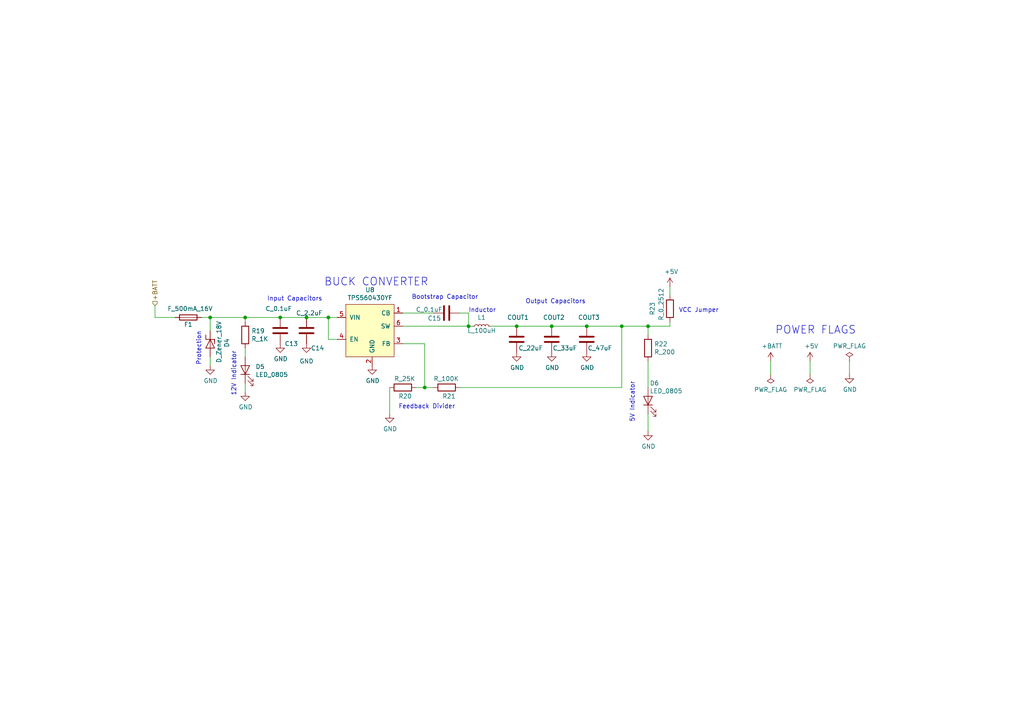
<source format=kicad_sch>
(kicad_sch (version 20211123) (generator eeschema)
  (paper "A4")
  (lib_symbols
    (symbol "formula:C_0.1uF" (pin_numbers hide) (pin_names (offset 0.254))
      (property "Reference" "C" (at 0.635 2.54 0))
      (property "Value" "C_0.1uF" (at 0.635 -2.54 0))
      (symbol "C_0.1uF_0_1"
        (polyline (pts (xy -2.032 -0.762) (xy 2.032 -0.762)) (stroke (width 0.508)))
        (polyline (pts (xy -2.032 0.762) (xy 2.032 0.762)) (stroke (width 0.508)))
      )
      (symbol "C_0.1uF_1_1"
        (pin passive line (at 0 3.81 270) (length 2.794) (name "~") (number "1"))
        (pin passive line (at 0 -3.81 90) (length 2.794) (name "~") (number "2"))
      )
    )
    (symbol "formula:C_2.2uF" (pin_numbers hide) (pin_names (offset 0.254))
      (property "Reference" "C" (at 0.635 3.81 0))
      (property "Value" "C_2.2uF" (at 0.635 -1.27 0))
      (symbol "C_2.2uF_0_1"
        (polyline (pts (xy -2.032 0.508) (xy 2.032 0.508)) (stroke (width 0.508)))
        (polyline (pts (xy -2.032 2.032) (xy 2.032 2.032)) (stroke (width 0.508)))
      )
      (symbol "C_2.2uF_1_1"
        (pin passive line (at 0 5.08 270) (length 2.794) (name "~") (number "1"))
        (pin passive line (at 0 -2.54 90) (length 2.794) (name "~") (number "2"))
      )
    )
    (symbol "formula:C_22uF" (pin_numbers hide) (pin_names (offset 0.254))
      (property "Reference" "C" (at 0.635 2.54 0))
      (property "Value" "C_22uF" (at 0.635 -2.54 0))
      (symbol "C_22uF_0_1"
        (polyline (pts (xy -2.032 -0.762) (xy 2.032 -0.762)) (stroke (width 0.508)))
        (polyline (pts (xy -2.032 0.762) (xy 2.032 0.762)) (stroke (width 0.508)))
      )
      (symbol "C_22uF_1_1"
        (pin passive line (at 0 3.81 270) (length 2.794) (name "~") (number "1"))
        (pin passive line (at 0 -3.81 90) (length 2.794) (name "~") (number "2"))
      )
    )
    (symbol "formula:C_33uF" (pin_numbers hide) (pin_names (offset 0.254))
      (property "Reference" "C" (at 0.635 2.54 0))
      (property "Value" "C_33uF" (at 2.54 -7.62 0))
      (symbol "C_33uF_0_1"
        (polyline (pts (xy -2.032 -0.762) (xy 2.032 -0.762)) (stroke (width 0.508)))
        (polyline (pts (xy -2.032 0.762) (xy 2.032 0.762)) (stroke (width 0.508)))
      )
      (symbol "C_33uF_1_1"
        (pin passive line (at 0 3.81 270) (length 2.794) (name "~") (number "1"))
        (pin passive line (at 0 -3.81 90) (length 2.794) (name "~") (number "2"))
      )
    )
    (symbol "formula:C_47uF" (pin_numbers hide) (pin_names (offset 0.254))
      (property "Reference" "C" (at 0.635 2.54 0))
      (property "Value" "C_47uF" (at 0.635 -2.54 0))
      (symbol "C_47uF_0_1"
        (polyline (pts (xy -2.032 -0.762) (xy 2.032 -0.762)) (stroke (width 0.508)))
        (polyline (pts (xy -2.032 0.762) (xy 2.032 0.762)) (stroke (width 0.508)))
      )
      (symbol "C_47uF_1_1"
        (pin passive line (at 0 3.81 270) (length 2.794) (name "~") (number "1"))
        (pin passive line (at 0 -3.81 90) (length 2.794) (name "~") (number "2"))
      )
    )
    (symbol "formula:D_Zener_18V" (pin_numbers hide) (pin_names (offset 1.016) hide)
      (property "Reference" "D" (at 0 2.54 0))
      (property "Value" "D_Zener_18V" (at 0 -2.54 0))
      (symbol "D_Zener_18V_0_1"
        (polyline (pts (xy -1.27 -1.27) (xy -2.54 -1.27)) (stroke (width 0.2032)))
        (polyline (pts (xy -1.27 1.27) (xy 0 1.27)) (stroke (width 0.2032)))
        (polyline (pts (xy 1.27 0) (xy -1.27 0)))
        (polyline (pts (xy -1.27 -1.27) (xy -1.27 1.27) (xy -0.762 1.27)) (stroke (width 0.2032)))
        (polyline (pts (xy 1.27 -1.27) (xy 1.27 1.27) (xy -1.27 0) (xy 1.27 -1.27)) (stroke (width 0.2032)))
      )
      (symbol "D_Zener_18V_1_1"
        (pin passive line (at -3.81 0 0) (length 2.54) (name "K") (number "1"))
        (pin passive line (at 3.81 0 180) (length 2.54) (name "A") (number "2"))
      )
    )
    (symbol "formula:F_500mA_16V" (pin_numbers hide) (pin_names (offset 0))
      (property "Reference" "F" (at 2.032 0 90))
      (property "Value" "F_500mA_16V" (at -1.905 0 90))
      (symbol "F_500mA_16V_0_1"
        (rectangle (start -0.762 -2.54) (end 0.762 2.54) (stroke (width 0.254)))
        (polyline (pts (xy 0 2.54) (xy 0 -2.54)))
      )
      (symbol "F_500mA_16V_1_1"
        (pin passive line (at 0 3.81 270) (length 1.27) (name "~") (number "1"))
        (pin passive line (at 0 -3.81 90) (length 1.27) (name "~") (number "2"))
      )
    )
    (symbol "formula:LED_0805" (pin_numbers hide) (pin_names (offset 1.016) hide)
      (property "Reference" "D" (at 0 -2.54 0))
      (property "Value" "LED_0805" (at 0 2.54 0))
      (symbol "LED_0805_0_1"
        (polyline (pts (xy -1.27 -1.27) (xy -1.27 1.27)) (stroke (width 0.2032)))
        (polyline (pts (xy -1.27 0) (xy 1.27 0)))
        (polyline (pts (xy 1.27 -1.27) (xy 1.27 1.27) (xy -1.27 0) (xy 1.27 -1.27)) (stroke (width 0.2032)))
        (polyline (pts (xy -3.048 -0.762) (xy -4.572 -2.286) (xy -3.81 -2.286) (xy -4.572 -2.286) (xy -4.572 -1.524)))
        (polyline (pts (xy -1.778 -0.762) (xy -3.302 -2.286) (xy -2.54 -2.286) (xy -3.302 -2.286) (xy -3.302 -1.524)))
      )
      (symbol "LED_0805_1_1"
        (pin passive line (at -3.81 0 0) (length 2.54) (name "K") (number "1"))
        (pin passive line (at 3.81 0 180) (length 2.54) (name "A") (number "2"))
      )
    )
    (symbol "formula:L_100uH" (pin_numbers hide) (pin_names (offset 1.016) hide)
      (property "Reference" "L" (at 0 -1.27 0))
      (property "Value" "L_100uH" (at 0 2.54 0))
      (symbol "L_100uH_1_1"
        (arc (start -1.016 0) (mid -1.524 0.508) (end -2.032 0))
        (arc (start 0 0) (mid -0.508 0.508) (end -1.016 0))
        (arc (start 1.016 0) (mid 0.508 0.508) (end 0 0))
        (arc (start 2.032 0) (mid 1.524 0.508) (end 1.016 0))
        (pin passive line (at -2.54 0 0) (length 0.508) (name "~") (number "1"))
        (pin passive line (at 2.54 0 180) (length 0.508) (name "~") (number "2"))
      )
    )
    (symbol "formula:R_0_2512" (pin_numbers hide) (pin_names (offset 0))
      (property "Reference" "R" (at 2.032 0 90))
      (property "Value" "R_0_2512" (at -2.54 0 90))
      (symbol "R_0_2512_0_1"
        (rectangle (start -1.016 -2.54) (end 1.016 2.54) (stroke (width 0.254)))
      )
      (symbol "R_0_2512_1_1"
        (pin passive line (at 0 3.81 270) (length 1.27) (name "~") (number "1"))
        (pin passive line (at 0 -3.81 90) (length 1.27) (name "~") (number "2"))
      )
    )
    (symbol "formula:R_100K" (pin_numbers hide) (pin_names (offset 0))
      (property "Reference" "R" (at 2.032 0 90))
      (property "Value" "R_100K" (at -2.54 0 90))
      (symbol "R_100K_0_1"
        (rectangle (start -1.016 -2.54) (end 1.016 2.54) (stroke (width 0.254)))
      )
      (symbol "R_100K_1_1"
        (pin passive line (at 0 3.81 270) (length 1.27) (name "~") (number "1"))
        (pin passive line (at 0 -3.81 90) (length 1.27) (name "~") (number "2"))
      )
    )
    (symbol "formula:R_1K" (pin_numbers hide) (pin_names (offset 0))
      (property "Reference" "R" (at 2.032 0 90))
      (property "Value" "R_1K" (at -2.54 0 90))
      (symbol "R_1K_0_1"
        (rectangle (start -1.016 -2.54) (end 1.016 2.54) (stroke (width 0.254)))
      )
      (symbol "R_1K_1_1"
        (pin passive line (at 0 3.81 270) (length 1.27) (name "~") (number "1"))
        (pin passive line (at 0 -3.81 90) (length 1.27) (name "~") (number "2"))
      )
    )
    (symbol "formula:R_200" (pin_numbers hide) (pin_names (offset 0))
      (property "Reference" "R" (at 2.032 0 90))
      (property "Value" "R_200" (at -2.54 0 90))
      (symbol "R_200_0_1"
        (rectangle (start -1.016 -2.54) (end 1.016 2.54) (stroke (width 0.254)))
      )
      (symbol "R_200_1_1"
        (pin passive line (at 0 3.81 270) (length 1.27) (name "~") (number "1"))
        (pin passive line (at 0 -3.81 90) (length 1.27) (name "~") (number "2"))
      )
    )
    (symbol "formula:R_25K" (pin_numbers hide) (pin_names (offset 0))
      (property "Reference" "R" (at 6.35 0 90))
      (property "Value" "R_25K" (at 5.08 5.08 0))
      (symbol "R_25K_0_1"
        (rectangle (start -1.016 -2.54) (end 1.016 2.54) (stroke (width 0.254)))
      )
      (symbol "R_25K_1_1"
        (pin passive line (at 0 3.81 270) (length 1.27) (name "~") (number "1"))
        (pin passive line (at 0 -3.81 90) (length 1.27) (name "~") (number "2"))
      )
    )
    (symbol "formula:TPS560430YF" (pin_names (offset 1.016))
      (property "Reference" "U" (at -5.08 -8.89 0))
      (property "Value" "TPS560430YF" (at 0 10.16 0))
      (symbol "TPS560430YF_0_1"
        (rectangle (start -6.35 -2.54) (end -6.35 -2.54))
        (rectangle (start -6.35 7.62) (end 7.62 -7.62) (fill (type background)))
      )
      (symbol "TPS560430YF_1_1"
        (pin bidirectional line (at 10.16 5.08 180) (length 2.54) (name "CB") (number "1"))
        (pin power_in line (at 1.27 -10.16 90) (length 2.54) (name "GND") (number "2"))
        (pin input line (at 10.16 -3.81 180) (length 2.54) (name "FB") (number "3"))
        (pin input line (at -8.89 -2.54 0) (length 2.54) (name "EN") (number "4"))
        (pin power_in line (at -8.89 3.81 0) (length 2.54) (name "VIN") (number "5"))
        (pin output line (at 10.16 1.27 180) (length 2.54) (name "SW") (number "6"))
      )
    )
    (symbol "power:+5V" (power) (pin_names (offset 0))
      (property "Value" "+5V" (at 0 3.556 0))
      (symbol "+5V_0_1"
        (polyline (pts (xy -0.762 1.27) (xy 0 2.54)))
        (polyline (pts (xy 0 0) (xy 0 2.54)))
        (polyline (pts (xy 0 2.54) (xy 0.762 1.27)))
      )
      (symbol "+5V_1_1"
        (pin power_in line (at 0 0 90) (length 0) hide (name "+5V") (number "1"))
      )
    )
    (symbol "power:+BATT" (power) (pin_names (offset 0))
      (property "Value" "+BATT" (at 0 3.556 0))
      (symbol "+BATT_0_1"
        (polyline (pts (xy -0.762 1.27) (xy 0 2.54)))
        (polyline (pts (xy 0 0) (xy 0 2.54)))
        (polyline (pts (xy 0 2.54) (xy 0.762 1.27)))
      )
      (symbol "+BATT_1_1"
        (pin power_in line (at 0 0 90) (length 0) hide (name "+BATT") (number "1"))
      )
    )
    (symbol "power:GND" (power) (pin_names (offset 0))
      (property "Value" "GND" (at 0 -3.81 0))
      (symbol "GND_0_1"
        (polyline (pts (xy 0 0) (xy 0 -1.27) (xy 1.27 -1.27) (xy 0 -2.54) (xy -1.27 -1.27) (xy 0 -1.27)))
      )
      (symbol "GND_1_1"
        (pin power_in line (at 0 0 270) (length 0) hide (name "GND") (number "1"))
      )
    )
    (symbol "power:PWR_FLAG" (power) (pin_numbers hide) (pin_names (offset 0) hide)
      (property "Value" "PWR_FLAG" (at 0 3.81 0))
      (symbol "PWR_FLAG_0_0"
        (pin power_out line (at 0 0 90) (length 0) (name "pwr") (number "1"))
      )
      (symbol "PWR_FLAG_0_1"
        (polyline (pts (xy 0 0) (xy 0 1.27) (xy -1.016 1.905) (xy 0 2.54) (xy 1.016 1.905) (xy 0 1.27)))
      )
    )
  )
  (junction (at 180.34 94.615))
  (junction (at 160.02 94.615))
  (junction (at 71.12 92.075))
  (junction (at 60.96 92.075))
  (junction (at 123.19 112.395))
  (junction (at 95.25 92.075))
  (junction (at 88.9 92.075))
  (junction (at 187.96 94.615))
  (junction (at 135.89 94.615))
  (junction (at 81.28 92.075))
  (junction (at 149.86 94.615))
  (junction (at 170.18 94.615))
  (wire (pts (xy 95.25 92.075) (xy 97.79 92.075)))
  (wire (pts (xy 223.52 104.775) (xy 223.52 108.585)))
  (wire (pts (xy 116.84 99.695) (xy 123.19 99.695)))
  (wire (pts (xy 71.12 92.075) (xy 71.12 93.345)))
  (wire (pts (xy 135.89 94.615) (xy 137.16 94.615)))
  (wire (pts (xy 88.9 92.075) (xy 95.25 92.075)))
  (wire (pts (xy 60.96 92.075) (xy 71.12 92.075)))
  (wire (pts (xy 44.958 92.075) (xy 50.8 92.075)))
  (wire (pts (xy 60.96 95.885) (xy 60.96 92.075)))
  (wire (pts (xy 71.12 92.075) (xy 81.28 92.075)))
  (wire (pts (xy 180.34 112.395) (xy 180.34 94.615)))
  (wire (pts (xy 95.25 98.425) (xy 95.25 92.075)))
  (wire (pts (xy 116.84 94.615) (xy 135.89 94.615)))
  (wire (pts (xy 116.84 90.805) (xy 125.73 90.805)))
  (wire (pts (xy 187.96 97.155) (xy 187.96 94.615)))
  (wire (pts (xy 97.79 98.425) (xy 95.25 98.425)))
  (wire (pts (xy 194.31 94.615) (xy 194.31 93.345)))
  (wire (pts (xy 149.86 94.615) (xy 160.02 94.615)))
  (wire (pts (xy 123.19 112.395) (xy 125.73 112.395)))
  (wire (pts (xy 187.96 104.775) (xy 187.96 112.395)))
  (wire (pts (xy 71.12 100.965) (xy 71.12 103.505)))
  (wire (pts (xy 123.19 99.695) (xy 123.19 112.395)))
  (wire (pts (xy 71.12 111.125) (xy 71.12 113.665)))
  (wire (pts (xy 120.65 112.395) (xy 123.19 112.395)))
  (wire (pts (xy 133.35 112.395) (xy 180.34 112.395)))
  (wire (pts (xy 135.89 90.805) (xy 135.89 94.615)))
  (wire (pts (xy 44.958 88.646) (xy 44.958 92.075)))
  (wire (pts (xy 113.03 112.395) (xy 113.03 120.015)))
  (wire (pts (xy 187.96 94.615) (xy 194.31 94.615)))
  (wire (pts (xy 246.38 104.775) (xy 246.38 108.585)))
  (wire (pts (xy 60.96 103.505) (xy 60.96 106.045)))
  (wire (pts (xy 160.02 94.615) (xy 170.18 94.615)))
  (wire (pts (xy 142.24 94.615) (xy 149.86 94.615)))
  (wire (pts (xy 170.18 94.615) (xy 180.34 94.615)))
  (wire (pts (xy 187.96 120.015) (xy 187.96 125.095)))
  (wire (pts (xy 234.95 108.585) (xy 234.95 104.775)))
  (wire (pts (xy 81.28 92.075) (xy 88.9 92.075)))
  (wire (pts (xy 58.42 92.075) (xy 60.96 92.075)))
  (wire (pts (xy 133.35 90.805) (xy 135.89 90.805)))
  (wire (pts (xy 180.34 94.615) (xy 187.96 94.615)))
  (wire (pts (xy 194.31 85.725) (xy 194.31 83.185)))
  (text "12V Indicator" (at 68.58 114.935 90) (effects (font (size 1.27 1.27)) (justify left bottom)))
  (text "POWER FLAGS\n" (at 224.79 97.155 0) (effects (font (size 2.2606 2.2606)) (justify left bottom)))
  (text "BUCK CONVERTER\n" (at 93.98 83.185 0) (effects (font (size 2.2606 2.2606)) (justify left bottom)))
  (text "5V Indicator" (at 184.15 122.555 90) (effects (font (size 1.27 1.27)) (justify left bottom)))
  (text "Input Capacitors\n\n" (at 77.47 89.535 0) (effects (font (size 1.27 1.27)) (justify left bottom)))
  (text "Inductor\n" (at 135.89 90.805 0) (effects (font (size 1.27 1.27)) (justify left bottom)))
  (text "VCC Jumper\n" (at 196.85 90.805 0) (effects (font (size 1.27 1.27)) (justify left bottom)))
  (text "Bootstrap Capacitor\n" (at 119.38 86.995 0) (effects (font (size 1.27 1.27)) (justify left bottom)))
  (text "Protection\n" (at 58.42 106.045 90) (effects (font (size 1.27 1.27)) (justify left bottom)))
  (text "Feedback Divider\n" (at 115.57 118.745 0) (effects (font (size 1.27 1.27)) (justify left bottom)))
  (text "Output Capacitors\n" (at 152.4 88.265 0) (effects (font (size 1.27 1.27)) (justify left bottom)))
  (hierarchical_label "+BATT" (shape input) (at 44.958 88.646 90))
  (symbol (lib_id "power:GND") (at 81.28 99.695 0) (unit 1)
    (property "Reference" "#PWR?" (effects hide))
    (property "Value" "GND" (at 81.407 104.0892 0))
  )
  (symbol (lib_id "formula:R_0_2512") (at 194.31 89.535 0) (unit 1)
    (property "Reference" "R23" (at 189.23 89.535 90))
    (property "Value" "R_0_2512" (at 191.77 88.265 90))
    (property "Footprint" "footprints:R_2512_OEM" (effects hide))
    (property "Datasheet" "http://www.te.com/commerce/DocumentDelivery/DDEController?Action=srchrtrv&DocNm=9-1773463-7&DocType=DS&DocLang=English" (effects hide))
    (property "MFN" "DK" (effects hide))
    (property "MPN" "A121322CT-ND" (effects hide))
    (property "PurchasingLink" "https://www.digikey.com/products/en?keywords=A121322CT-ND" (effects hide))
  )
  (symbol (lib_id "power:+5V") (at 194.31 83.185 0) (unit 1)
    (property "Reference" "#PWR?" (effects hide))
    (property "Value" "+5V" (at 194.691 78.7908 0))
  )
  (symbol (lib_id "formula:LED_0805") (at 71.12 107.315 90) (unit 1)
    (property "Reference" "D5" (at 74.0918 106.3498 90) (effects (justify right)))
    (property "Value" "LED_0805" (at 74.0918 108.6612 90) (effects (justify right)))
    (property "Footprint" "footprints:LED_0805_OEM" (effects hide))
    (property "Datasheet" "http://www.osram-os.com/Graphics/XPic9/00078860_0.pdf" (effects hide))
    (property "MFN" "DK" (effects hide))
    (property "MPN" "475-1410-1-ND" (effects hide))
    (property "PurchasingLink" "https://www.digikey.com/products/en?keywords=475-1410-1-ND" (effects hide))
  )
  (symbol (lib_id "formula:LED_0805") (at 187.96 116.205 90) (unit 1)
    (property "Reference" "D6" (at 188.468 111.125 90) (effects (justify right)))
    (property "Value" "LED_0805" (at 188.468 113.411 90) (effects (justify right)))
    (property "Footprint" "footprints:LED_0805_OEM" (effects hide))
    (property "Datasheet" "http://www.osram-os.com/Graphics/XPic9/00078860_0.pdf" (effects hide))
    (property "MFN" "DK" (effects hide))
    (property "MPN" "475-1410-1-ND" (effects hide))
    (property "PurchasingLink" "https://www.digikey.com/products/en?keywords=475-1410-1-ND" (effects hide))
  )
  (symbol (lib_id "formula:F_500mA_16V") (at 54.61 92.075 270) (unit 1)
    (property "Reference" "F1" (at 54.61 94.107 90))
    (property "Value" "F_500mA_16V" (at 55.118 89.535 90))
    (property "Footprint" "footprints:Fuse_1210" (effects hide))
    (property "Datasheet" "https://belfuse.com/resources/CircuitProtection/datasheets/0ZCH%20Nov2016.pdf" (effects hide))
    (property "MFN" "DK" (effects hide))
    (property "MPN" "507-1786-1-ND" (effects hide))
    (property "PurchasingLink" "https://www.digikey.com/product-detail/en/bel-fuse-inc/0ZCH0050FF2G/507-1786-1-ND/4156209" (effects hide))
  )
  (symbol (lib_id "power:GND") (at 113.03 120.015 0) (unit 1)
    (property "Reference" "#PWR?" (effects hide))
    (property "Value" "GND" (at 113.157 124.4092 0))
  )
  (symbol (lib_id "power:+5V") (at 234.95 104.775 0) (unit 1)
    (property "Reference" "#PWR?" (effects hide))
    (property "Value" "+5V" (at 235.331 100.3808 0))
  )
  (symbol (lib_id "power:PWR_FLAG") (at 223.52 108.585 180) (unit 1)
    (property "Reference" "#FLG?" (effects hide))
    (property "Value" "PWR_FLAG" (at 223.52 113.0046 0))
  )
  (symbol (lib_id "formula:C_47uF") (at 170.18 98.425 0) (unit 1)
    (property "Reference" "COUT3" (at 167.64 92.075 0) (effects (justify left)))
    (property "Value" "C_47uF" (at 170.434 100.965 0) (effects (justify left)))
    (property "Footprint" "footprints:C_0805_OEM" (effects hide))
    (property "Datasheet" "http://www.samsungsem.com/kr/support/product-search/mlcc/__icsFiles/afieldfile/2018/06/22/CL21A476MQYNNNG.pdf" (effects hide))
    (property "MFN" "DK" (effects hide))
    (property "MPN" "1276-6467-1-ND" (effects hide))
    (property "PurchasingLink" "https://www.digikey.com/product-detail/en/samsung-electro-mechanics/CL21A476MQYNNNG/1276-6467-1-ND/5958095" (effects hide))
  )
  (symbol (lib_id "formula:R_200") (at 187.96 100.965 0) (unit 1)
    (property "Reference" "R22" (at 189.738 99.7966 0) (effects (justify left)))
    (property "Value" "R_200" (at 189.738 102.108 0) (effects (justify left)))
    (property "Footprint" "footprints:R_0805_OEM" (effects hide))
    (property "Datasheet" "https://www.seielect.com/Catalog/SEI-RMCF_RMCP.pdf" (effects hide))
    (property "MFN" "DK" (effects hide))
    (property "MPN" "RMCF0805JT200RCT-ND" (effects hide))
    (property "PurchasingLink" "https://www.digikey.com/products/en?keywords=RMCF0805JT200RCT-ND" (effects hide))
  )
  (symbol (lib_id "power:GND") (at 170.18 102.235 0) (unit 1)
    (property "Reference" "#PWR?" (effects hide))
    (property "Value" "GND" (at 170.307 106.6292 0))
  )
  (symbol (lib_id "power:GND") (at 246.38 108.585 0) (unit 1)
    (property "Reference" "#PWR?" (effects hide))
    (property "Value" "GND" (at 246.507 112.9792 0))
  )
  (symbol (lib_id "power:GND") (at 149.86 102.235 0) (unit 1)
    (property "Reference" "#PWR?" (effects hide))
    (property "Value" "GND" (at 149.987 106.6292 0))
  )
  (symbol (lib_id "formula:C_0.1uF") (at 81.28 95.885 0) (unit 1)
    (property "Reference" "C13" (at 82.55 99.695 0) (effects (justify left)))
    (property "Value" "C_0.1uF" (at 76.962 89.535 0) (effects (justify left)))
    (property "Footprint" "footprints:C_0805_OEM" (effects hide))
    (property "Datasheet" "http://datasheets.avx.com/X7RDielectric.pdf" (effects hide))
    (property "MFN" "DK" (effects hide))
    (property "MPN" "478-3352-1-ND" (effects hide))
    (property "PurchasingLink" "https://www.digikey.com/products/en?keywords=478-3352-1-ND" (effects hide))
  )
  (symbol (lib_id "power:GND") (at 60.96 106.045 0) (unit 1)
    (property "Reference" "#PWR?" (effects hide))
    (property "Value" "GND" (at 61.087 110.4392 0))
  )
  (symbol (lib_id "power:PWR_FLAG") (at 234.95 108.585 180) (unit 1)
    (property "Reference" "#FLG?" (effects hide))
    (property "Value" "PWR_FLAG" (at 234.95 113.0046 0))
  )
  (symbol (lib_id "formula:C_22uF") (at 149.86 98.425 0) (unit 1)
    (property "Reference" "COUT1" (at 147.066 92.075 0) (effects (justify left)))
    (property "Value" "C_22uF" (at 150.368 100.965 0) (effects (justify left)))
    (property "Footprint" "footprints:C_1206_OEM" (effects hide))
    (property "Datasheet" "https://product.tdk.com/info/en/catalog/datasheets/mlcc_commercial_general_en.pdf" (effects hide))
    (property "MFN" "DK" (effects hide))
    (property "MPN" "445-11693-1-ND" (effects hide))
    (property "PurchasingLink" "https://www.digikey.com/product-detail/en/tdk-corporation/C3216JB1C226M160AB/445-11693-1-ND/3953359" (effects hide))
  )
  (symbol (lib_id "power:+BATT") (at 223.52 104.775 0) (unit 1)
    (property "Reference" "#PWR?" (effects hide))
    (property "Value" "+BATT" (at 223.901 100.3808 0))
  )
  (symbol (lib_id "formula:L_100uH") (at 139.7 94.615 0) (unit 1)
    (property "Reference" "L1" (at 139.7 92.075 0))
    (property "Value" "L_100uH" (at 139.7 95.885 0))
    (property "Footprint" "footprints:L_100uH_OEM" (effects hide))
    (property "Datasheet" "https://product.tdk.com/info/en/catalog/datasheets/inductor_commercial_decoupling_nlfv32-ef_en.pdf" (effects hide))
    (property "MFN" "Digikey" (effects hide))
    (property "MPN" "445-15759-1-ND" (effects hide))
    (property "Link" "https://www.digikey.com/product-detail/en/tdk-corporation/NLFV32T-101K-EF/445-15759-1-ND/4328055" (effects hide))
  )
  (symbol (lib_id "formula:D_Zener_18V") (at 60.96 99.695 270) (unit 1)
    (property "Reference" "D4" (at 65.786 99.441 0))
    (property "Value" "D_Zener_18V" (at 63.5 99.187 0))
    (property "Footprint" "footprints:DO-214AA" (effects hide))
    (property "Datasheet" "http://www.mccsemi.com/up_pdf/SMBJ5338B-SMBJ5388B(SMB).pdf" (effects hide))
    (property "MFN" "DK" (effects hide))
    (property "MPN" "SMBJ5355B-TPMSCT-ND" (effects hide))
    (property "PurchasingLink" "https://www.digikey.com/products/en?keywords=SMBJ5355B-TPMSCT-ND" (effects hide))
  )
  (symbol (lib_id "power:GND") (at 71.12 113.665 0) (unit 1)
    (property "Reference" "#PWR?" (effects hide))
    (property "Value" "GND" (at 71.247 118.0592 0))
  )
  (symbol (lib_id "formula:C_2.2uF") (at 88.9 97.155 0) (unit 1)
    (property "Reference" "C14" (at 90.17 100.965 0) (effects (justify left)))
    (property "Value" "C_2.2uF" (at 85.852 90.805 0) (effects (justify left)))
    (property "Footprint" "footprints:C_0603_1608Metric" (effects hide))
    (property "Datasheet" "http://www.yageo.com/documents/recent/UPY-GPHC_X5R_4V-to-50V_25.pdf" (effects hide))
    (property "MFN" "DK" (effects hide))
    (property "MPN" "311-1451-1-ND" (effects hide))
    (property "PurchasingLink" "https://www.digikey.com/product-detail/en/yageo/CC0603KRX5R6BB225/311-1451-1-ND/2833757" (effects hide))
  )
  (symbol (lib_id "power:GND") (at 160.02 102.235 0) (unit 1)
    (property "Reference" "#PWR?" (effects hide))
    (property "Value" "GND" (at 160.147 106.6292 0))
  )
  (symbol (lib_id "formula:C_33uF") (at 160.02 98.425 0) (unit 1)
    (property "Reference" "COUT2" (at 157.48 92.075 0) (effects (justify left)))
    (property "Value" "C_33uF" (at 160.274 100.965 0) (effects (justify left)))
    (property "Footprint" "footprints:Fuse_1812" (effects hide))
    (property "Datasheet" "https://product.tdk.com/info/en/catalog/datasheets/mlcc_commercial_general_en.pdf" (effects hide))
    (property "MFN" "C4532X7R1C336M250KC" (effects hide))
    (property "MPN" "445-3924-1-ND" (effects hide))
    (property "PurchasingLink" "https://www.digikey.com/product-detail/en/tdk-corporation/C4532X7R1C336M250KC/445-3924-1-ND/1923431" (effects hide))
  )
  (symbol (lib_id "power:PWR_FLAG") (at 246.38 104.775 0) (unit 1)
    (property "Reference" "#FLG?" (effects hide))
    (property "Value" "PWR_FLAG" (at 246.38 100.3554 0))
  )
  (symbol (lib_id "formula:R_25K") (at 116.84 112.395 270) (unit 1)
    (property "Reference" "R20" (at 115.57 114.935 90) (effects (justify left)))
    (property "Value" "R_25K" (at 114.3 109.855 90) (effects (justify left)))
    (property "Footprint" "footprints:R_0805_OEM" (effects hide))
    (property "Datasheet" "https://www.te.com/commerce/DocumentDelivery/DDEController?Action=srchrtrv&DocNm=1773200-1&DocType=DS&DocLang=English" (effects hide))
    (property "MFN" "A124124CT-ND" (effects hide))
    (property "Digi-key Part Number" "CPF-A-0805B25KE" (effects hide))
    (property "PurchasingLink" "https://www.digikey.com/product-detail/en/te-connectivity-passive-product/CPF-A-0805B25KE/A124124CT-ND/5970044" (effects hide))
  )
  (symbol (lib_id "formula:R_1K") (at 71.12 97.155 0) (unit 1)
    (property "Reference" "R19" (at 72.898 95.9866 0) (effects (justify left)))
    (property "Value" "R_1K" (at 72.898 98.298 0) (effects (justify left)))
    (property "Footprint" "footprints:R_0805_OEM" (effects hide))
    (property "Datasheet" "https://www.seielect.com/Catalog/SEI-rncp.pdf" (effects hide))
    (property "MFN" "DK" (effects hide))
    (property "MPN" "RNCP0805FTD1K00CT-ND" (effects hide))
    (property "PurchasingLink" "https://www.digikey.com/products/en?keywords=RNCP0805FTD1K00CT-ND" (effects hide))
  )
  (symbol (lib_id "power:GND") (at 187.96 125.095 0) (unit 1)
    (property "Reference" "#PWR?" (effects hide))
    (property "Value" "GND" (at 188.087 129.4892 0))
  )
  (symbol (lib_id "power:GND") (at 88.9 99.695 0) (unit 1)
    (property "Reference" "#PWR?" (effects hide))
    (property "Value" "GND" (at 88.9 104.775 0))
  )
  (symbol (lib_id "formula:C_0.1uF") (at 129.54 90.805 90) (unit 1)
    (property "Reference" "C15" (at 125.984 92.329 90))
    (property "Value" "C_0.1uF" (at 124.46 89.789 90))
    (property "Footprint" "footprints:C_0805_OEM" (effects hide))
    (property "Datasheet" "http://datasheets.avx.com/X7RDielectric.pdf" (effects hide))
    (property "MFN" "DK" (effects hide))
    (property "MPN" "478-3352-1-ND" (effects hide))
    (property "PurchasingLink" "https://www.digikey.com/products/en?keywords=478-3352-1-ND" (effects hide))
  )
  (symbol (lib_id "power:GND") (at 107.95 106.045 0) (unit 1)
    (property "Reference" "#PWR?" (effects hide))
    (property "Value" "GND" (at 108.077 110.4392 0))
  )
  (symbol (lib_id "formula:R_100K") (at 129.54 112.395 270) (unit 1)
    (property "Reference" "R21" (at 128.27 114.935 90) (effects (justify left)))
    (property "Value" "R_100K" (at 125.73 109.855 90) (effects (justify left)))
    (property "Footprint" "footprints:R_0805_OEM" (effects hide))
    (property "Datasheet" "https://industrial.panasonic.com/cdbs/www-data/pdf/RDA0000/AOA0000C304.pdf" (effects hide))
    (property "MFN" "DK" (effects hide))
    (property "MPN" "P100KCCT-ND" (effects hide))
    (property "PurchasingLink" "https://www.digikey.com/product-detail/en/panasonic-electronic-components/ERJ-6ENF1003V/P100KCCT-ND/119551" (effects hide))
  )
  (symbol (lib_id "formula:TPS560430YF") (at 106.68 95.885 0) (unit 1)
    (property "Reference" "U8" (at 107.315 84.074 0))
    (property "Value" "TPS560430YF" (at 107.315 86.3854 0))
    (property "Footprint" "footprints:SOT-23-6_OEM" (effects hide))
    (property "Datasheet" "http://www.ti.com/lit/ds/symlink/tps560430.pdf" (effects hide))
    (property "MPN" "TPS560430YFDBVR" (effects hide))
    (property "MFN" "TPS560430YFDBVR-ND" (effects hide))
    (property "Purchasing Link" "https://www.digikey.com/product-detail/en/texas-instruments/TPS560430XDBVR/296-50420-6-ND/9685813" (effects hide))
  )
)
</source>
